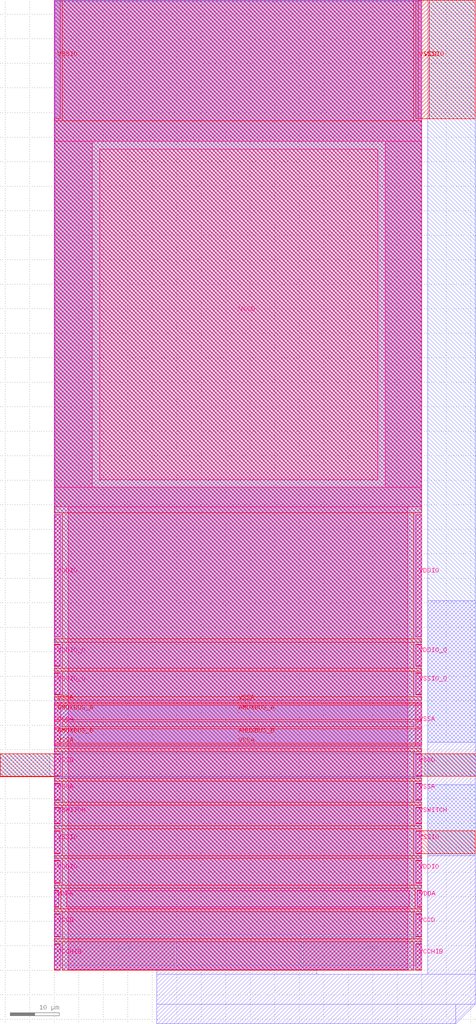
<source format=lef>
VERSION 5.7 ;
  NOWIREEXTENSIONATPIN ON ;
  DIVIDERCHAR "/" ;
  BUSBITCHARS "[]" ;
MACRO sky130_ef_io__vccd_lvc_clamped_pad
  CLASS PAD POWER ;
  FOREIGN sky130_ef_io__vccd_lvc_clamped_pad ;
  ORIGIN 0.000 0.000 ;
  SIZE 75.000 BY 197.965 ;
  PIN AMUXBUS_A
    DIRECTION INOUT ;
    USE SIGNAL ;
    PORT
      LAYER met4 ;
        RECT 0.000 51.090 75.000 54.070 ;
    END
    PORT
      LAYER met4 ;
        RECT 0.000 51.090 1.270 54.070 ;
    END
  END AMUXBUS_A
  PIN AMUXBUS_B
    DIRECTION INOUT ;
    USE SIGNAL ;
    PORT
      LAYER met4 ;
        RECT 0.000 46.330 75.000 49.310 ;
    END
    PORT
      LAYER met4 ;
        RECT 0.000 46.330 1.270 49.310 ;
    END
  END AMUXBUS_B
  PIN VSSA
    DIRECTION INOUT ;
    USE GROUND ;
    PORT
      LAYER met5 ;
        RECT 73.730 45.700 75.000 54.700 ;
    END
    PORT
      LAYER met5 ;
        RECT 73.730 34.805 75.000 38.050 ;
    END
    PORT
      LAYER met5 ;
        RECT 0.000 45.700 1.270 54.700 ;
    END
    PORT
      LAYER met5 ;
        RECT 0.000 34.805 1.270 38.050 ;
    END
    PORT
      LAYER met4 ;
        RECT 73.730 49.610 75.000 50.790 ;
    END
    PORT
      LAYER met4 ;
        RECT 0.000 54.370 75.000 54.700 ;
    END
    PORT
      LAYER met4 ;
        RECT 0.000 45.700 75.000 46.030 ;
    END
    PORT
      LAYER met4 ;
        RECT 73.730 34.700 75.000 38.150 ;
    END
    PORT
      LAYER met4 ;
        RECT 0.000 45.700 1.270 46.030 ;
    END
    PORT
      LAYER met4 ;
        RECT 0.000 49.610 1.270 50.790 ;
    END
    PORT
      LAYER met4 ;
        RECT 0.000 54.370 1.270 54.700 ;
    END
    PORT
      LAYER met4 ;
        RECT 0.000 34.700 1.270 38.150 ;
    END
  END VSSA
  PIN VDDA
    DIRECTION INOUT ;
    USE POWER ;
    PORT
      LAYER met5 ;
        RECT 74.035 13.000 75.000 16.250 ;
    END
    PORT
      LAYER met5 ;
        RECT 0.000 13.000 0.965 16.250 ;
    END
    PORT
      LAYER met4 ;
        RECT 74.035 12.900 75.000 16.350 ;
    END
    PORT
      LAYER met4 ;
        RECT 0.000 12.900 0.965 16.350 ;
    END
  END VDDA
  PIN VSWITCH
    DIRECTION INOUT ;
    USE POWER ;
    PORT
      LAYER met5 ;
        RECT 73.730 29.950 75.000 33.200 ;
    END
    PORT
      LAYER met5 ;
        RECT 0.000 29.950 1.270 33.200 ;
    END
    PORT
      LAYER met4 ;
        RECT 73.730 29.850 75.000 33.300 ;
    END
    PORT
      LAYER met4 ;
        RECT 0.000 29.850 1.270 33.300 ;
    END
  END VSWITCH
  PIN VDDIO_Q
    DIRECTION INOUT ;
    USE POWER ;
    PORT
      LAYER met5 ;
        RECT 73.730 62.150 75.000 66.400 ;
    END
    PORT
      LAYER met5 ;
        RECT 0.000 62.150 1.270 66.400 ;
    END
    PORT
      LAYER met4 ;
        RECT 73.730 62.050 75.000 66.500 ;
    END
    PORT
      LAYER met4 ;
        RECT 0.000 62.050 1.270 66.500 ;
    END
  END VDDIO_Q
  PIN VCCHIB
    DIRECTION INOUT ;
    USE POWER ;
    PORT
      LAYER met5 ;
        RECT 73.730 0.100 75.000 5.350 ;
    END
    PORT
      LAYER met5 ;
        RECT 0.000 0.100 1.270 5.350 ;
    END
    PORT
      LAYER met4 ;
        RECT 73.730 0.000 75.000 5.450 ;
    END
    PORT
      LAYER met4 ;
        RECT 0.000 0.000 1.270 5.450 ;
    END
  END VCCHIB
  PIN VDDIO
    DIRECTION INOUT ;
    USE POWER ;
    PORT
      LAYER met5 ;
        RECT 73.730 68.000 75.000 92.950 ;
    END
    PORT
      LAYER met5 ;
        RECT 73.730 17.850 75.000 22.300 ;
    END
    PORT
      LAYER met5 ;
        RECT 0.000 68.000 1.270 92.950 ;
    END
    PORT
      LAYER met5 ;
        RECT 0.000 17.850 1.270 22.300 ;
    END
    PORT
      LAYER met4 ;
        RECT 73.730 17.750 75.000 22.400 ;
    END
    PORT
      LAYER met4 ;
        RECT 73.730 68.000 75.000 92.965 ;
    END
    PORT
      LAYER met4 ;
        RECT 0.000 17.750 1.270 22.400 ;
    END
    PORT
      LAYER met4 ;
        RECT 0.000 68.000 1.270 92.965 ;
    END
  END VDDIO
  PIN VCCD
    DIRECTION INOUT ;
    USE POWER ;
    PORT
      LAYER met5 ;
        RECT 9.315 100.105 65.955 167.535 ;
    END
    PORT
      LAYER met3 ;
        RECT 50.755 -0.035 74.700 6.865 ;
    END
    PORT
      LAYER met3 ;
        RECT 0.500 -0.035 24.500 6.865 ;
    END
    PORT
      LAYER met5 ;
        RECT 73.730 6.950 75.000 11.400 ;
    END
    PORT
      LAYER met5 ;
        RECT 0.000 6.950 1.270 11.400 ;
    END
    PORT
      LAYER met4 ;
        RECT 73.730 6.850 75.000 11.500 ;
    END
    PORT
      LAYER met4 ;
        RECT 0.000 6.850 1.270 11.500 ;
    END
  END VCCD
  PIN VSSIO
    DIRECTION INOUT ;
    USE GROUND ;
    PORT
      LAYER met4 ;
        RECT 74.225 173.750 76.470 197.930 ;
    END
    PORT
      LAYER met4 ;
        RECT 0.000 173.750 1.205 197.965 ;
    END
    PORT
      LAYER met5 ;
        RECT 73.730 23.900 75.000 28.350 ;
    END
    PORT
      LAYER met5 ;
        RECT 0.000 23.900 1.270 28.350 ;
    END
    PORT
      LAYER met4 ;
        RECT 73.730 23.800 75.000 28.450 ;
    END
    PORT
      LAYER met4 ;
        RECT 73.730 173.750 75.000 197.965 ;
    END
    PORT
      LAYER met4 ;
        RECT 0.000 173.750 1.270 197.965 ;
    END
    PORT
      LAYER met4 ;
        RECT 0.000 23.800 1.270 28.450 ;
    END
  END VSSIO
  PIN VSSD
    DIRECTION INOUT ;
    USE GROUND ;
    PORT
      LAYER met5 ;
        RECT 73.730 39.650 75.000 44.100 ;
    END
    PORT
      LAYER met5 ;
        RECT 0.000 39.650 1.270 44.100 ;
    END
    PORT
      LAYER met4 ;
        RECT 73.730 39.550 75.000 44.200 ;
    END
    PORT
      LAYER met4 ;
        RECT 0.000 39.550 1.270 44.200 ;
    END
  END VSSD
  PIN VSSIO_Q
    DIRECTION INOUT ;
    USE GROUND ;
    PORT
      LAYER met5 ;
        RECT 73.730 56.300 75.000 60.550 ;
    END
    PORT
      LAYER met5 ;
        RECT 0.000 56.300 1.270 60.550 ;
    END
    PORT
      LAYER met4 ;
        RECT 73.730 56.200 75.000 60.650 ;
    END
    PORT
      LAYER met4 ;
        RECT 0.000 56.200 1.270 60.650 ;
    END
  END VSSIO_Q
  OBS
      LAYER li1 ;
        RECT 0.240 0.985 74.755 197.745 ;
      LAYER met1 ;
        RECT 0.120 0.000 75.000 197.805 ;
        RECT 16.655 -0.035 56.565 0.000 ;
        RECT 20.925 -0.815 53.535 -0.035 ;
        RECT 76.200 -0.815 85.935 75.350 ;
        RECT 20.925 -6.920 85.935 -0.815 ;
        RECT 20.925 -10.920 81.935 -6.920 ;
        POLYGON 81.935 -6.920 85.935 -6.920 81.935 -10.920 ;
      LAYER met2 ;
        RECT 0.000 44.200 75.000 197.930 ;
        RECT 76.200 46.560 85.935 197.930 ;
        RECT 0.000 44.165 86.140 44.200 ;
        RECT -10.975 39.550 86.140 44.165 ;
        RECT -10.975 39.515 75.000 39.550 ;
        RECT 0.000 0.000 75.000 39.515 ;
        RECT 76.200 23.390 85.935 37.800 ;
        RECT 0.500 -0.035 20.495 0.000 ;
        RECT 20.925 -0.035 53.535 0.000 ;
        RECT 54.095 -0.035 74.700 0.000 ;
      LAYER met3 ;
        RECT -10.975 39.515 -0.895 44.165 ;
        RECT 0.000 7.265 75.000 197.930 ;
        RECT 76.200 173.715 85.935 197.930 ;
        RECT 75.605 39.550 86.140 44.200 ;
        RECT 76.200 23.765 85.935 28.415 ;
        RECT 0.000 0.000 0.100 7.265 ;
        RECT 24.900 0.000 50.355 7.265 ;
        RECT 26.000 -0.035 36.880 0.000 ;
        RECT 38.380 -0.035 49.255 0.000 ;
      LAYER met4 ;
        RECT 1.670 173.350 73.330 197.965 ;
        RECT 76.470 173.750 85.935 197.930 ;
        RECT 74.785 173.715 85.935 173.750 ;
        RECT 0.000 93.365 75.000 173.350 ;
        RECT 1.670 67.600 73.330 93.365 ;
        RECT 0.000 66.900 75.000 67.600 ;
        RECT 1.670 61.650 73.330 66.900 ;
        RECT 0.000 61.050 75.000 61.650 ;
        RECT 1.670 55.800 73.330 61.050 ;
        RECT 0.000 55.100 75.000 55.800 ;
        RECT 1.670 49.710 73.330 50.690 ;
        RECT 0.000 44.600 75.000 45.300 ;
        RECT -10.975 39.550 0.000 44.165 ;
        RECT -10.975 39.515 0.070 39.550 ;
        RECT 1.670 39.150 73.330 44.600 ;
        RECT 75.000 39.550 86.140 44.200 ;
        RECT 0.000 38.550 75.000 39.150 ;
        RECT 1.670 34.300 73.330 38.550 ;
        RECT 0.000 33.700 75.000 34.300 ;
        RECT 1.670 29.450 73.330 33.700 ;
        RECT 0.000 28.850 75.000 29.450 ;
        RECT 1.670 23.400 73.330 28.850 ;
        RECT 75.000 23.800 85.935 28.415 ;
        RECT 74.935 23.765 85.935 23.800 ;
        RECT 0.000 22.800 75.000 23.400 ;
        RECT 1.670 17.350 73.330 22.800 ;
        RECT 0.000 16.750 75.000 17.350 ;
        RECT 1.365 12.500 73.635 16.750 ;
        RECT 0.000 11.900 75.000 12.500 ;
        RECT 1.670 6.450 73.330 11.900 ;
        RECT 0.000 5.850 75.000 6.450 ;
        RECT 1.670 0.000 73.330 5.850 ;
      LAYER met5 ;
        RECT 0.000 169.135 75.000 197.965 ;
        RECT 0.000 98.505 7.715 169.135 ;
        RECT 67.555 98.505 75.000 169.135 ;
        RECT 0.000 94.550 75.000 98.505 ;
        RECT 2.870 16.250 72.130 94.550 ;
        RECT 2.565 13.000 72.435 16.250 ;
        RECT 2.870 0.100 72.130 13.000 ;
  END
END sky130_ef_io__vccd_lvc_clamped_pad
END LIBRARY


</source>
